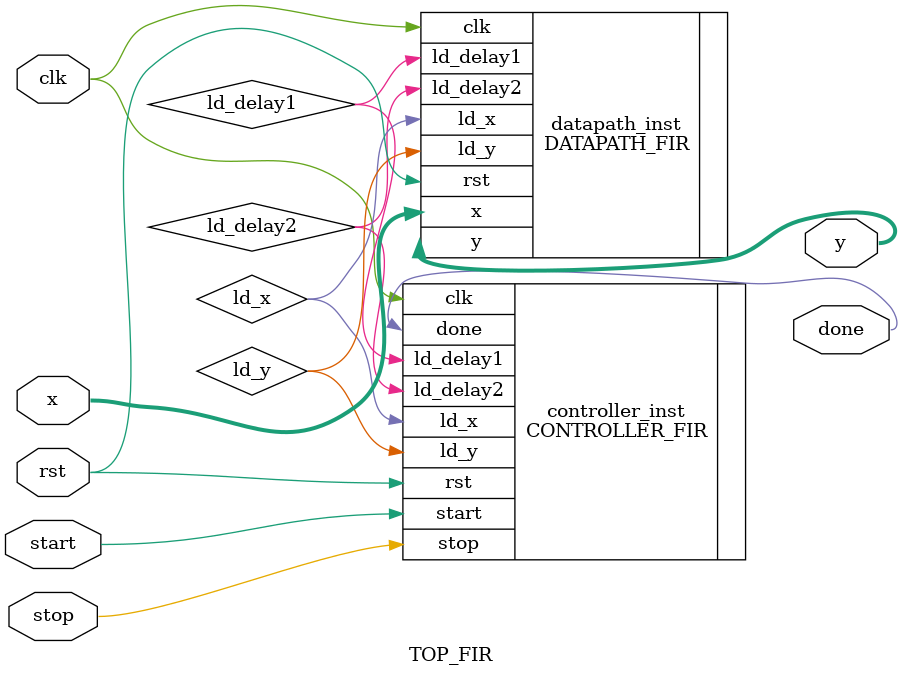
<source format=v>
module TOP_FIR #(parameter DATAWIDTH = 16 ,PRODUCT_WIDTH= 2*DATAWIDTH )(
    input clk,
    input rst,
    input start,
    input stop,
    input signed [DATAWIDTH-1:0] x,  // Input data
    output signed [PRODUCT_WIDTH-1:0] y,  // Output data
    output done               // Done signal

);

    // Internal wires for control signals
    wire ld_x, ld_y, ld_delay1, ld_delay2;
    
    // Instantiate the controller
    CONTROLLER_FIR #(DATAWIDTH) controller_inst (
        .clk(clk),
        .rst(rst),
        .start(start),
        .stop(stop),
        .ld_x(ld_x),
        .ld_y(ld_y),
        .ld_delay1(ld_delay1),
        .ld_delay2(ld_delay2),
        .done(done)
    );

    // Instantiate the datapath
    DATAPATH_FIR #(DATAWIDTH, PRODUCT_WIDTH) datapath_inst (
        .clk(clk),
        .rst(rst),
        .x(x),
        .ld_x(ld_x),
        .ld_y(ld_y),
        .ld_delay1(ld_delay1),
        .ld_delay2(ld_delay2),
        .y(y)
    );

endmodule

</source>
